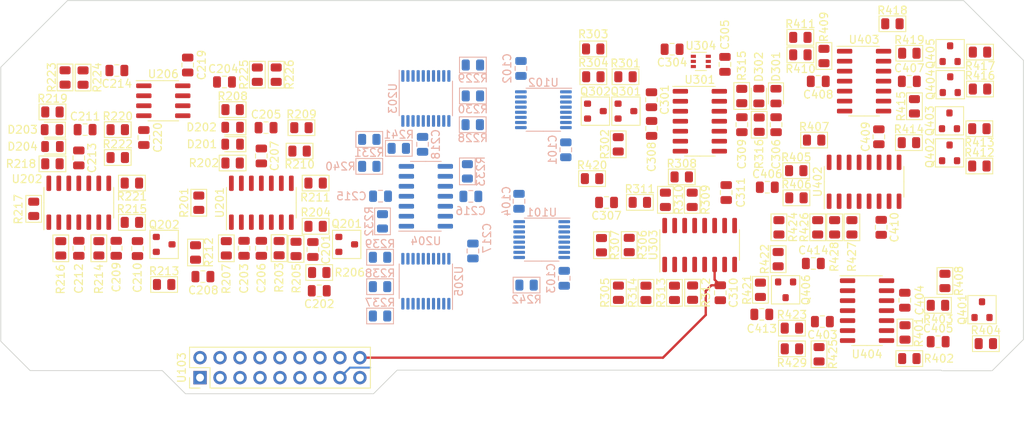
<source format=kicad_pcb>
(kicad_pcb (version 20221018) (generator pcbnew)
  (layers (0 "F.Cu" signal) (1 "In1.Cu" signal) (2 "In2.Cu" signal) (31 "B.Cu" signal) (34 "B.Paste" user) (35 "F.Paste" user) (36 "B.SilkS" user "B.Silkscreen") (37 "F.SilkS" user "F.Silkscreen") (38 "B.Mask" user) (39 "F.Mask" user) (44 "Edge.Cuts" user))
  (net 0 "")
  (net 1 "Net-(Q201-E)")
  (net 2 "Net-(C201-Pad2)")
  (net 3 "CLK_1")
  (net 4 "Net-(C202-Pad2)")
  (net 5 "SAW1_FULL")
  (net 6 "Net-(C204-Pad1)")
  (net 7 "Net-(C204-Pad2)")
  (net 8 "Net-(D201-K)")
  (net 9 "Net-(U201C-+)")
  (net 10 "GND")
  (net 11 "+12V")
  (net 12 "-12V")
  (net 13 "CLK_2")
  (net 14 "Net-(C208-Pad2)")
  (net 15 "Net-(Q202-E)")
  (net 16 "Net-(C209-Pad2)")
  (net 17 "SAW2_FULL")
  (net 18 "Net-(D203-K)")
  (net 19 "Net-(U202C-+)")
  (net 20 "Net-(C214-Pad1)")
  (net 21 "Net-(C214-Pad2)")
  (net 22 "+3.3V")
  (net 23 "Net-(C301-Pad1)")
  (net 24 "Net-(Q301-C)")
  (net 25 "Net-(U301B--)")
  (net 26 "FILTER_OUT")
  (net 27 "Net-(U301C-+)")
  (net 28 "Net-(D301-K)")
  (net 29 "Net-(U301B-+)")
  (net 30 "HP_IN")
  (net 31 "Net-(U404C--)")
  (net 32 "Net-(Q401-E)")
  (net 33 "FOLDER_IN")
  (net 34 "Net-(C406-Pad2)")
  (net 35 "Net-(U404A--)")
  (net 36 "Net-(Q406-B)")
  (net 37 "VCA_IN")
  (net 38 "Net-(C414-Pad2)")
  (net 39 "Net-(D201-A)")
  (net 40 "Net-(D202-A)")
  (net 41 "Net-(D203-A)")
  (net 42 "Net-(D204-A)")
  (net 43 "Net-(D301-A)")
  (net 44 "SDA")
  (net 45 "SCL")
  (net 46 "FOLD_FIRST")
  (net 47 "HP_MODE")
  (net 48 "LEVEL_1_CV")
  (net 49 "LEVEL_2_CV")
  (net 50 "PWM_1_CV")
  (net 51 "PWM_2_CV")
  (net 52 "CUTOFF_CV")
  (net 53 "FOLD_CV")
  (net 54 "VCA_CV")
  (net 55 "VCA_OUT")
  (net 56 "Net-(Q201-B)")
  (net 57 "Net-(Q201-C)")
  (net 58 "Net-(Q202-B)")
  (net 59 "Net-(Q202-C)")
  (net 60 "Net-(Q301-B)")
  (net 61 "Net-(Q301-E)")
  (net 62 "Net-(Q302-C)")
  (net 63 "Net-(Q401-B)")
  (net 64 "Net-(Q401-C)")
  (net 65 "Net-(Q402-B)")
  (net 66 "Net-(Q402-E)")
  (net 67 "Net-(Q402-C)")
  (net 68 "Net-(Q403-E)")
  (net 69 "Net-(Q404-B)")
  (net 70 "Net-(Q404-E)")
  (net 71 "Net-(Q404-C)")
  (net 72 "Net-(Q405-E)")
  (net 73 "Net-(Q406-E)")
  (net 74 "Net-(Q406-C)")
  (net 75 "Net-(U201D--)")
  (net 76 "Net-(U201C--)")
  (net 77 "TRI1_FULL")
  (net 78 "Net-(U202D--)")
  (net 79 "Net-(U202C--)")
  (net 80 "TRI2_FULL")
  (net 81 "PULSE2_FULL")
  (net 82 "PULSE1_FULL")
  (net 83 "Net-(U203C-P2W)")
  (net 84 "Net-(U204C--)")
  (net 85 "Net-(U203A-P0W)")
  (net 86 "Net-(U203B-P1W)")
  (net 87 "Net-(U203D-P3W)")
  (net 88 "Net-(U204B--)")
  (net 89 "Net-(U204A--)")
  (net 90 "Net-(U205A-P0W)")
  (net 91 "Net-(U205B-P1W)")
  (net 92 "Net-(U205C-P2W)")
  (net 93 "Net-(U205D-P3W)")
  (net 94 "Net-(R241-Pad2)")
  (net 95 "OSC_MIX")
  (net 96 "Net-(U303C-+)")
  (net 97 "Net-(U301C--)")
  (net 98 "Net-(R306-Pad2)")
  (net 99 "Net-(R307-Pad2)")
  (net 100 "Net-(U303A--)")
  (net 101 "Net-(U303A-+)")
  (net 102 "LP_IN")
  (net 103 "Net-(U303C--)")
  (net 104 "Net-(U402A--)")
  (net 105 "Net-(U402A-+)")
  (net 106 "Net-(R408-Pad1)")
  (net 107 "Net-(R409-Pad1)")
  (net 108 "Net-(U403A--)")
  (net 109 "Net-(U403B-+)")
  (net 110 "Net-(U403C--)")
  (net 111 "Net-(R418-Pad1)")
  (net 112 "Net-(U403D--)")
  (net 113 "FOLDER_OUT")
  (net 114 "Net-(R424-Pad1)")
  (net 115 "Net-(U404B--)")
  (net 116 "Net-(R425-Pad2)")
  (net 117 "Net-(U402C-+)")
  (net 118 "Net-(U402C--)")
  (net 126 "Net-(U301D-+)")
  (net 127 "FILTER_IN")
  (net 143 "Net-(U205A-P0B)")
  (net 144 "Net-(U203A-P0B)")
  (footprint "PCM_Resistor_SMD_AKL:R_0805_2012Metric" (layer "F.Cu") (at 115.5 45.55)
    (fp_text reference "R402")
    (fp_text value "92k" hide)
  )
  (footprint "PCM_Resistor_SMD_AKL:R_0805_2012Metric" (layer "F.Cu") (at 101.65 6.9 180)
    (fp_text reference "R410")
    (fp_text value "100k" hide)
  )
  (footprint "Capacitor_SMD:C_0805_2012Metric" (layer "F.Cu") (at 17.4 31.55 -90)
    (fp_text reference "C210")
    (fp_text value "1u")
  )
  (footprint "PCM_Resistor_SMD_AKL:R_0805_2012Metric" (layer "F.Cu") (at 75.32 6.15 180)
    (fp_text reference "R303")
    (fp_text value "100k" hide)
  )
  (footprint "Package_SO:SOIC-16_3.9x9.9mm_P1.27mm" (layer "F.Cu") (at 109.75 23.055 90)
    (fp_text reference "U402")
    (fp_text value "LM13700")
  )
  (footprint "Capacitor_SMD:C_0805_2012Metric" (layer "F.Cu") (at 9.94 31.52 90)
    (fp_text reference "C212")
    (fp_text value "100n")
  )
  (footprint "PCM_Resistor_SMD_AKL:R_0805_2012Metric" (layer "F.Cu") (at 82.025 37.1875 90)
    (fp_text reference "R314")
    (fp_text value "220" hide)
  )
  (footprint "Capacitor_SMD:C_0805_2012Metric" (layer "F.Cu") (at 14.7 31.52 90)
    (fp_text reference "C209")
    (fp_text value "1n")
  )
  (footprint "PCM_Resistor_SMD_AKL:R_0805_2012Metric" (layer "F.Cu") (at 14.89 19.97)
    (fp_text reference "R222")
    (fp_text value "10k" hide)
  )
  (footprint "PCM_Resistor_SMD_AKL:R_0805_2012Metric" (layer "F.Cu") (at 124.485 6.555 180)
    (fp_text reference "R417")
    (fp_text value "22k" hide)
  )
  (footprint "PCM_Resistor_SMD_AKL:R_0805_2012Metric" (layer "F.Cu") (at 103.85 28.85 90)
    (fp_text reference "R426")
    (fp_text value "680" hide)
  )
  (footprint "PCM_Resistor_SMD_AKL:R_0805_2012Metric" (layer "F.Cu") (at 14.89 16.42)
    (fp_text reference "R220")
    (fp_text value "220k" hide)
  )
  (footprint "PCM_Package_TO_SOT_SMD_AKL:SOT-23" (layer "F.Cu") (at 120.7 10.7 90)
    (fp_text reference "Q404")
    (fp_text value "BC857" hide)
  )
  (footprint "PCM_Resistor_SMD_AKL:R_0805_2012Metric" (layer "F.Cu") (at 38 19.15 180)
    (fp_text reference "R210")
    (fp_text value "10k" hide)
  )
  (footprint "PCM_Resistor_SMD_AKL:R_0805_2012Metric" (layer "F.Cu") (at 98.825 32.9 90)
    (fp_text reference "R422")
    (fp_text value "1k" hide)
  )
  (footprint "PCM_Package_TO_SOT_SMD_AKL:SOT-23" (layer "F.Cu") (at 20.79 31.02)
    (fp_text reference "Q202")
    (fp_text value "BC857" hide)
  )
  (footprint "PCM_Resistor_SMD_AKL:R_0805_2012Metric" (layer "F.Cu") (at 35.03 9.425 -90)
    (fp_text reference "R226")
    (fp_text value "100k" hide)
  )
  (footprint "PCM_Resistor_SMD_AKL:R_0805_2012Metric" (layer "F.Cu") (at 116.15 13.45 90)
    (fp_text reference "R415")
    (fp_text value "18k" hide)
  )
  (footprint "PCM_Resistor_SMD_AKL:R_0805_2012Metric" (layer "F.Cu") (at 20.785 36.125)
    (fp_text reference "R213")
    (fp_text value "1k" hide)
  )
  (footprint "Capacitor_SMD:C_0805_2012Metric" (layer "F.Cu") (at 30.94 31.52 90)
    (fp_text reference "C203")
    (fp_text value "1u")
  )
  (footprint "Capacitor_SMD:C_0805_2012Metric" (layer "F.Cu") (at 77.015 25.685 180)
    (fp_text reference "C307")
    (fp_text value "1n")
  )
  (footprint "PCM_Resistor_SMD_AKL:R_0805_2012Metric" (layer "F.Cu") (at 100.575 41.675)
    (fp_text reference "R423")
    (fp_text value "100k" hide)
  )
  (footprint "Capacitor_SMD:C_0805_2012Metric" (layer "F.Cu") (at 33.14 31.52 90)
    (fp_text reference "C206")
    (fp_text value "100n")
  )
  (footprint "PCM_Resistor_SMD_AKL:R_0805_2012Metric" (layer "F.Cu") (at 85.65 37.1875 90)
    (fp_text reference "R313")
    (fp_text value "220" hide)
  )
  (footprint "PCM_Resistor_SMD_AKL:R_0805_2012Metric" (layer "F.Cu") (at 40.04 23.22 180)
    (fp_text reference "R211")
    (fp_text value "10k" hide)
  )
  (footprint "Capacitor_SMD:C_0805_2012Metric" (layer "F.Cu") (at 115.5 10.275)
    (fp_text reference "C407")
    (fp_text value "100n")
  )
  (footprint "Package_SO:SOIC-14_3.9x8.7mm_P1.27mm" (layer "F.Cu") (at 110.125 39.45)
    (fp_text reference "U404")
    (fp_text value "TL074")
  )
  (footprint "Capacitor_SMD:C_0805_2012Metric" (layer "F.Cu") (at 97.45 23.75)
    (fp_text reference "C406")
    (fp_text value "470n")
  )
  (footprint "PCM_Resistor_SMD_AKL:R_0805_2012Metric" (layer "F.Cu") (at 78.5 18.29 90)
    (fp_text reference "R302")
    (fp_text value "470k" hide)
  )
  (footprint "PCM_Resistor_SMD_AKL:R_0805_2012Metric" (layer "F.Cu") (at 6.59 20.77 180)
    (fp_text reference "R218")
    (fp_text value "10k" hide)
  )
  (footprint "Capacitor_SMD:C_0805_2012Metric" (layer "F.Cu") (at 10.74 16.42)
    (fp_text reference "C211")
    (fp_text value "1u")
  )
  (footprint "PCM_Resistor_SMD_AKL:R_0805_2012Metric" (layer "F.Cu") (at 32.63 9.425 90)
    (fp_text reference "R225")
    (fp_text value "220k" hide)
  )
  (footprint "Capacitor_SMD:C_0805_2012Metric" (layer "F.Cu") (at 104.45 40.85 180)
    (fp_text reference "C403")
    (fp_text value "100n")
  )
  (footprint "PCM_Resistor_SMD_AKL:R_0805_2012Metric" (layer "F.Cu") (at 35.4 31.5 90)
    (fp_text reference "R203")
    (fp_text value "100k" hide)
  )
  (footprint "Capacitor_SMD:C_0805_2012Metric" (layer "F.Cu") (at 23.78 8.2 -90)
    (fp_text reference "C219")
    (fp_text value "100n")
  )
  (footprint "PCM_Package_TO_SOT_SMD_AKL:SOT-23" (layer "F.Cu") (at 124.7375 39.325 90)
    (fp_text reference "Q401")
    (fp_text value "BC858" hide)
  )
  (footprint "PCM_Package_TO_SOT_SMD_AKL:SOT-23" (layer "F.Cu") (at 43.99 31.02)
    (fp_text reference "Q201")
    (fp_text value "BC857" hide)
  )
  (footprint "PCM_Resistor_SMD_AKL:R_0805_2012Metric" (layer "F.Cu") (at 108.2 28.85 90)
    (fp_text reference "R427")
    (fp_text value "680" hide)
  )
  (footprint "Capacitor_SMD:C_0805_2012Metric" (layer "F.Cu") (at 114.925 38.125 90)
    (fp_text reference "C404")
    (fp_text value "100n")
  )
  (footprint "Package_SO:SOIC-14_3.9x8.7mm_P1.27mm" (layer "F.Cu") (at 9.94 25.72 90)
    (fp_text reference "U202")
    (fp_text value "TL074")
  )
  (footprint "Capacitor_SMD:C_0805_2012Metric" (layer "F.Cu") (at 82.725 12.615 -90)
    (fp_text reference "C301")
    (fp_text value "4n7")
  )
  (footprint "Capacitor_SMD:C_0805_2012Metric" (layer "F.Cu") (at 96.75 39.925)
    (fp_text reference "C413")
    (fp_text value "1n")
  )
  (footprint "PCM_Resistor_SMD_AKL:R_0805_2012Metric" (layer "F.Cu") (at 38.24 16.17)
    (fp_text reference "R209")
    (fp_text value "220k" hide)
  )
  (footprint "PCM_Resistor_SMD_AKL:R_0805_2012Metric" (layer "F.Cu") (at 40.04 28.72)
    (fp_text reference "R204")
    (fp_text value "1k" hide)
  )
  (footprint "PCM_Resistor_SMD_AKL:R_0805_2012Metric" (layer "F.Cu") (at 98.925 28.85 -90)
    (fp_text reference "R424")
    (fp_text value "4k7" hide)
  )
  (footprint "Capacitor_SMD:C_0805_2012Metric" (layer "F.Cu") (at 82.74 16.265 -90)
    (fp_text reference "C308")
    (fp_text value "100n")
  )
  (footprint "PCM_Resistor_SMD_AKL:R_0805_2012Metric" (layer "F.Cu") (at 79.425 9.69)
    (fp_text reference "R301")
    (fp_text value "4k7" hide)
  )
  (footprint "PCM_Resistor_SMD_AKL:R_0805_2012Metric" (layer "F.Cu") (at 6.59 14.17)
    (fp_text reference "R219")
    (fp_text value "10k" hide)
  )
  (footprint "Connector_PinHeader_2.54mm:PinHeader_2x09_P2.54mm_Vertical" (layer "F.Cu") (at 25.35 47.975 90)
    (fp_text reference "U103")
    (fp_text value "VoiceBoardConn_18P_254P")
  )
  (footprint "Diode_SMD:D_0805_2012Metric" (layer "F.Cu") (at 6.54 16.42 180)
    (fp_text reference "D203")
    (fp_text value "1N4148")
  )
  (footprint "Package_TO_SOT_SMD:SOT-363_SC-70-6" (layer "F.Cu") (at 89 7.74)
    (fp_text reference "U304")
    (fp_text value "MCP4018-103E/LT")
  )
  (footprint "LED_SMD:LED_0805_2012Metric" (layer "F.Cu") (at 96.375 12.14 90)
    (fp_text reference "D302")
    (fp_text value "LED")
  )
  (footprint "Capacitor_SMD:C_0805_2012Metric" (layer "F.Cu") (at 18.205 17.425 90)
    (fp_text reference "C220")
    (fp_text value "100n")
  )
  (footprint "PCM_Resistor_SMD_AKL:R_0805_2012Metric" (layer "F.Cu") (at 7.65 31.525 -90)
    (fp_text reference "R216")
    (fp_text value "220k" hide)
  )
  (footprint "Capacitor_SMD:C_0805_2012Metric" (layer "F.Cu") (at 33.14 19.77 -90)
    (fp_text reference "C207")
    (fp_text value "100n")
  )
  (footprint "PCM_Resistor_SMD_AKL:R_0805_2012Metric" (layer "F.Cu") (at 28.69 31.52 -90)
    (fp_text reference "R207")
    (fp_text value "220k" hide)
  )
  (footprint "Capacitor_SMD:C_0805_2012Metric" (layer "F.Cu") (at 25.715 35.125 180)
    (fp_text reference "C208")
    (fp_text value "1n")
  )
  (footprint "Package_SO:SOIC-14_3.9x8.7mm_P1.27mm" (layer "F.Cu") (at 33.14 25.72 90)
    (fp_text reference "U201")
    (fp_text value "TL074")
  )
  (footprint "PCM_Resistor_SMD_AKL:R_0805_2012Metric" (layer "F.Cu") (at 75.337501 9.69 180)
    (fp_text reference "R304")
    (fp_text value "1k8" hide)
  )
  (footprint "PCM_Resistor_SMD_AKL:R_0805_2012Metric" (layer "F.Cu") (at 4.21 26.5 90)
    (fp_text reference "R217")
    (fp_text value "10k" hide)
  )
  (footprint "PCM_Resistor_SMD_AKL:R_0805_2012Metric" (layer "F.Cu") (at 120.025 35.675 -90)
    (fp_text reference "R408")
    (fp_text value "4k7" hide)
  )
  (footprint "PCM_Resistor_SMD_AKL:R_0805_2012Metric" (layer "F.Cu") (at 103.4 17.75)
    (fp_text reference "R407")
    (fp_text value "680" hide)
  )
  (footprint "PCM_Resistor_SMD_AKL:R_0805_2012Metric" (layer "F.Cu") (at 10.48 9.795 -90)
    (fp_text reference "R224")
    (fp_text value "220k" hide)
  )
  (footprint "PCM_Resistor_SMD_AKL:R_0805_2012Metric" (layer "F.Cu") (at 29.49 20.67 180)
    (fp_text reference "R202")
    (fp_text value "10k" hide)
  )
  (footprint "Capacitor_SMD:C_0805_2012Metric" (layer "F.Cu") (at 85.35 6.19 180)
    (fp_text reference "C304")
    (fp_text value "100n")
  )
  (footprint "PCM_Resistor_SMD_AKL:R_0805_2012Metric" (layer "F.Cu") (at 81.25 25.675)
    (fp_text reference "R311")
    (fp_text value "10k" hide)
  )
  (footprint "Capacitor_SMD:C_0805_2012Metric" (layer "F.Cu") (at 98.565 15.79 90)
    (fp_text reference "C306")
    (fp_text value "1n")
  )
  (footprint "Capacitor_SMD:C_0805_2012Metric" (layer "F.Cu") (at 9.94 20.02 -90)
    (fp_text reference "C213")
    (fp_text value "100n")
  )
  (footprint "Capacitor_SMD:C_0805_2012Metric" (layer "F.Cu") (at 14.78 8.895 180)
    (fp_text reference "C214")
    (fp_text value "1u")
  )
  (footprint "PCM_Resistor_SMD_AKL:R_0805_2012Metric" (layer "F.Cu") (at 87.9 25.35 -90)
    (fp_text reference "R309")
    (fp_text value "220" hide)
  )
  (footprint "PCM_Resistor_SMD_AKL:R_0805_2012Metric" (layer "F.Cu") (at 24.775 32.05 -90)
    (fp_text reference "R212")
    (fp_text value "47k" hide)
  )
  (footprint "PCM_Package_TO_SOT_SMD_AKL:SOT-23" (layer "F.Cu") (at 99.775 36.8 -90)
    (fp_text reference "Q406")
    (fp_text value "BC858" hide)
  )
  (footprint "Package_SO:SOIC-16_3.9x9.9mm_P1.27mm" (layer "F.Cu") (at 88.85 31.1 90)
    (fp_text reference "U303")
    (fp_text value "LM13700")
  )
  (footprint "PCM_Package_TO_SOT_SMD_AKL:SOT-23" (layer "F.Cu") (at 79.48 14.065001)
    (fp_text reference "Q301")
    (fp_text value "BC858" hide)
  )
  (footprint "PCM_Resistor_SMD_AKL:R_0805_2012Metric" (layer "F.Cu") (at 104.025 45 -90)
    (fp_text reference "R425")
    (fp_text value "22k" hide)
  )
  (footprint "PCM_Resistor_SMD_AKL:R_0805_2012Metric" (layer "F.Cu") (at 119.1375 38.775 180)
    (fp_text reference "R403")
    (fp_text value "680k" hide)
  )
  (footprint "Diode_SMD:D_0805_2012Metric" (layer "F.Cu") (at 29.49 16.12 180)
    (fp_text reference "D202")
    (fp_text value "1N4148")
  )
  (footprint "PCM_Resistor_SMD_AKL:R_0805_2012Metric" (layer "F.Cu") (at 16.69 28.22)
    (fp_text reference "R215")
    (fp_text value "1k" hide)
  )
  (footprint "PCM_Resistor_SMD_AKL:R_0805_2012Metric" (layer "F.Cu") (at 101.15 25.1)
    (fp_text reference "R406")
    (fp_text value "680" hide)
  )
  (footprint "Capacitor_SMD:C_0805_2012Metric" (layer "F.Cu") (at 111.925 28.85 -90)
    (fp_text reference "C410")
    (fp_text value "100n")
  )
  (footprint "Capacitor_SMD:C_0805_2012Metric" (layer "F.Cu") (at 33.74 16.17)
    (fp_text reference "C205")
    (fp_text value "1u")
  )
  (footprint "PCM_Resistor_SMD_AKL:R_0805_2012Metric" (layer "F.Cu") (at 101.125 21.64)
    (fp_text reference "R405")
    (fp_text value "100k" hide)
  )
  (footprint "PCM_Resistor_SMD_AKL:R_0805_2012Metric" (layer "F.Cu") (at 86.575 22.44)
    (fp_text reference "R308")
    (fp_text value "10k" hide)
  )
  (footprint "PCM_Resistor_SMD_AKL:R_0805_2012Metric" (layer "F.Cu") (at 104.65 7.05 -90)
    (fp_text reference "R409")
    (fp_text value "47k" hide)
  )
  (footprint "PCM_Resistor_SMD_AKL:R_0805_2012Metric" (layer "F.Cu") (at 124.4 16.3 180)
    (fp_text reference "R413")
    (fp_text value "22k" hide)
  )
  (footprint "Capacitor_SMD:C_0805_2012Metric" (layer "F.Cu") (at 111.625 17.33 90)
    (fp_text reference "C409")
    (fp_text value "100n")
  )
  (footprint "PCM_Package_TO_SOT_SMD_AKL:SOT-23" (layer "F.Cu") (at 120.6 15.3 90)
    (fp_text reference "Q403")
    (fp_text value "BC847" hide)
  )
  (footprint "PCM_Resistor_SMD_AKL:R_0805_2012Metric" (layer "F.Cu") (at 79.9 31.1 -90)
    (fp_text reference "R306")
    (fp_text value "10k" hide)
  )
  (footprint "Package_SO:SOIC-8_3.9x4.9mm_P1.27mm" (layer "F.Cu") (at 20.68 12.745)
    (fp_text reference "U206")
    (fp_text value "TL072")
  )
  (footprint "Capacitor_SMD:C_0805_2012Metric" (layer "F.Cu") (at 103.925 10.275 180)
    (fp_text reference "C408")
    (fp_text value "100n")
  )
  (footprint "PCM_Resistor_SMD_AKL:R_0805_2012Metric" (layer "F.Cu") (at 94.2 12.14 90)
    (fp_text reference "R315")
    (fp_text value "10k" hide)
  )
  (footprint "Capacitor_SMD:C_0805_2012Metric" (layer "F.Cu") (at 39.69 31.67 90)
    (fp_text reference "C201")
    (fp_text value "1n")
  )
  (footprint "Diode_SMD:D_0805_2012Metric" (layer "F.Cu") (at 29.49 18.27 180)
    (fp_text reference "D201")
    (fp_text value "1N4148")
  )
  (footprint "Capacitor_SMD:C_0805_2012Metric" (layer "F.Cu") (at 92.225 24.425 90)
    (fp_text reference "C311")
    (fp_text value "100n")
  )
  (footprint "PCM_Resistor_SMD_AKL:R_0805_2012Metric" (layer "F.Cu") (at 113.35 2.95)
    (fp_text reference "R418")
    (fp_text value "220k" hide)
  )
  (footprint "PCM_Package_TO_SOT_SMD_AKL:SOT-23" (layer "F.Cu") (at 120.685 6.755 90)
    (fp_text reference "Q405")
    (fp_text value "BC847" hide)
  )
  (footprint "PCM_Package_TO_SOT_SMD_AKL:SOT-23" (layer "F.Cu") (at 120.615 19.375001 90)
    (fp_text reference "Q402")
    (fp_text value "BC857" hide)
  )
  (footprint "PCM_Resistor_SMD_AKL:R_0805_2012Metric" (layer "F.Cu") (at 125.225 43.65)
    (fp_text reference "R404")
    (fp_text value "1k" hide)
  )
  (footprint "Capacitor_SMD:C_0805_2012Metric" (layer "F.Cu") (at 119.1625 43.4)
    (fp_text reference "C405")
    (fp_text value "1n")
  )
  (footprint "PCM_Resistor_SMD_AKL:R_0805_2012Metric" (layer "F.Cu") (at 115.45 18.075)
    (fp_text reference "R414")
    (fp_text value "10k" hide)
  )
  (footprint "LED_SMD:LED_0805_2012Metric" (layer "F.Cu") (at 98.55 12.15 -90)
    (fp_text reference "D301")
    (fp_text value "LED")
  )
  (footprint "PCM_Resistor_SMD_AKL:R_0805_2012Metric" (layer "F.Cu") (at 101.65 4.68)
    (fp_text reference "R411")
    (fp_text value "5k6" hide)
  )
  (footprint "PCM_Resistor_SMD_AKL:R_0805_2012Metric" (layer "F.Cu") (at 75.175 22.65)
    (fp_text reference "R420")
    (fp_text value "1k" hide)
  )
  (footprint "PCM_Resistor_SMD_AKL:R_0805_2012Metric" (layer "F.Cu") (at 78.525 37.175 90)
    (fp_text reference "R305")
    (fp_text value "10k" hide)
  )
  (footprint "PCM_Resistor_SMD_AKL:R_0805_2012Metric" (layer "F.Cu") (at 96.415 15.79 90)
    (fp_text reference "R316")
    (fp_text value "1k8" hide)
  )
  (footprint "Package_SO:SOIC-14_3.9x8.7mm_P1.27mm" (layer "F.Cu") (at 88.875 15.35)
    (fp_text reference "U301")
    (fp_text value "TL074")
  )
  (footprint "PCM_Resistor_SMD_AKL:R_0805_2012Metric" (layer "F.Cu") (at 84.5 25.35 -90)
    (fp_text reference "R310")
    (fp_text value "220" hide)
  )
  (footprint "PCM_Resistor_SMD_AKL:R_0805_2012Metric" (layer "F.Cu") (at 87.95 37.1625 -90)
    (fp_text reference "R312")
    (fp_text value "10k" hide)
  )
  (footprint "Capacitor_SMD:C_0805_2012Metric" (layer "F.Cu") (at 94.215 15.79 -90)
    (fp_text reference "C309")
    (fp_text value "100n")
  )
  (footprint "PCM_Resistor_SMD_AKL:R_0805_2012Metric" (layer "F.Cu") (at 76.375 31.125 -90)
    (fp_text reference "R307")
    (fp_text value "10k" hide)
  )
  (footprint "PCM_Resistor_SMD_AKL:R_0805_2012Metric" (layer "F.Cu") (at 100.58 44.31 180)
    (fp_text reference "R429")
    (fp_text value "1k" hide)
  )
  (footprint "PCM_Resistor_SMD_AKL:R_0805_2012Metric" (layer "F.Cu") (at 37.55 31.6 -90)
    (fp_text reference "R205")
    (fp_text value "47k" hide)
  )
  (footprint "Package_SO:SOIC-14_3.9x8.7mm_P1.27mm" (layer "F.Cu") (at 109.75 10.25)
    (fp_text reference "U403")
    (fp_text value "TL074")
  )
  (footprint "PCM_Resistor_SMD_AKL:R_0805_2012Metric" (layer "F.Cu") (at 124.485 11.255)
    (fp_text reference "R416")
    (fp_text value "22k" hide)
  )
  (footprint "PCM_Resistor_SMD_AKL:R_0805_2012Metric" (layer "F.Cu") (at 96.575 36.8 90)
    (fp_text reference "R421")
    (fp_text value "12k" hide)
  )
  (footprint "Capacitor_SMD:C_0805_2012Metric" (layer "F.Cu") (at 103.3 33.45)
    (fp_text reference "C414")
    (fp_text value "470n")
  )
  (footprint "PCM_Resistor_SMD_AKL:R_0805_2012Metric" (layer "F.Cu") (at 114.95 42.225 90)
    (fp_text reference "R401")
    (fp_text value "6k8" hide)
  )
  (footprint "PCM_Resistor_SMD_AKL:R_0805_2012Metric" (layer "F.Cu") (at 40.5 34.6 180)
    (fp_text reference "R206")
    (fp_text value "1k" hide)
  )
  (footprint "Diode_SMD:D_0805_2012Metric" (layer "F.Cu") (at 6.59 18.57 180)
    (fp_text reference "D204")
    (fp_text value "1N4148")
  )
  (footprint "Capacitor_SMD:C_0805_2012Metric" (layer "F.Cu") (at 91.475 37.175 -90)
    (fp_text reference "C310")
    (fp_text value "100n")
  )
  (footprint "PCM_Resistor_SMD_AKL:R_0805_2012Metric" (layer "F.Cu") (at 8.195 9.779999 90)
    (fp_text reference "R223")
    (fp_text value "100k" hide)
  )
  (footprint "PCM_Resistor_SMD_AKL:R_0805_2012Metric" (layer "F.Cu") (at 25.19 25.72 90)
    (fp_text reference "R201")
    (fp_text value "10k" hide)
  )
  (footprint "PCM_Resistor_SMD_AKL:R_0805_2012Metric" (layer "F.Cu") (at 16.69 23.22 180)
    (fp_text reference "R221")
    (fp_text value "10k" hide)
  )
  (footprint "PCM_Resistor_SMD_AKL:R_0805_2012Metric" (layer "F.Cu") (at 29.49 13.87)
    (fp_text reference "R208")
    (fp_text value "10k" hide)
  )
  (footprint "Capacitor_SMD:C_0805_2012Metric" (layer "F.Cu") (at 40.5 36.925 180)
    (fp_text reference "C202")
    (fp_text value "1n")
  )
  (footprint "PCM_Resistor_SMD_AKL:R_0805_2012Metric" (layer "F.Cu") (at 115.5 6.7)
    (fp_text reference "R419")
    (fp_text value "10k" hide)
  )
  (footprint "Capacitor_SMD:C_0805_2012Metric" (layer "F.Cu") (at 28.455 10.355)
    (fp_text reference "C204")
    (fp_text value "1u")
  )
  (footprint "PCM_Resistor_SMD_AKL:R_0805_2012Metric" (layer "F.Cu") (at 106 28.85 -90)
    (fp_text reference "R428")
    (fp_text value "100k" hide)
  )
  (footprint "PCM_Package_TO_SOT_SMD_AKL:SOT-23" (layer "F.Cu") (at 75.6 14.065)
    (fp_text reference "Q302")
    (fp_text value "BC858" hide)
  )
  (footprint "PCM_Resistor_SMD_AKL:R_0805_2012Metric" (layer "F.Cu") (at 12.49 31.52 90)
    (fp_text reference "R214")
    (fp_text value "100k" hide)
  )
  (footprint "Capacitor_SMD:C_0805_2012Metric" (layer "F.Cu") (at 92.065 8.115 90)
    (fp_text reference "C305")
    (fp_text value "470n")
  )
  (footprint "PCM_Resistor_SMD_AKL:R_0805_2012Metric" (layer "F.Cu") (at 124.4 21.05)
    (fp_text reference "R412")
    (fp_text value "22k" hide)
  )
  (footprint "PCM_Resistor_SMD_AKL:R_0805_2012Metric" (layer "B.Cu") (at 60.03 12.13)
    (fp_text reference "R230")
    (fp_text value "100k" hide)
  )
  (footprint "Capacitor_SMD:C_0805_2012Metric" (layer "B.Cu") (at 66.1375 8.635 90)
    (fp_text reference "C102")
    (fp_text value "100n")
  )
  (footprint "PCM_Resistor_SMD_AKL:R_0805_2012Metric" (layer "B.Cu") (at 66.85 36.2)
    (fp_text reference "R242")
    (fp_text value "1k" hide)
  )
  (footprint "PCM_Resistor_SMD_AKL:R_0805_2012Metric" (layer "B.Cu") (at 60.01 15.79)
    (fp_text reference "R228")
    (fp_text value "100k" hide)
  )
  (footprint "PCM_Resistor_SMD_AKL:R_0805_2012Metric" (layer "B.Cu") (at 59.33 21.73 90)
    (fp_text reference "R233")
    (fp_text value "100k" hide)
  )
  (footprint "Capacitor_SMD:C_0805_2012Metric" (layer "B.Cu") (at 53.63 18.29 90)
    (fp_text reference "C218")
    (fp_text value "100n")
  )
  (footprint "Capacitor_SMD:C_0805_2012Metric" (layer "B.Cu") (at 71.6375 35.334999 -90)
    (fp_text reference "C103")
    (fp_text value "100n")
  )
  (footprint "Capacitor_SMD:C_0805_2012Metric" (layer "B.Cu") (at 48.29 24.89)
    (fp_text reference "C215")
    (fp_text value "100n")
  )
  (footprint "Capacitor_SMD:C_0805_2012Metric" (layer "B.Cu") (at 65.8875 25.535 90)
    (fp_text reference "C104")
    (fp_text value "100n")
  )
  (footprint "Capacitor_SMD:C_0805_2012Metric" (layer "B.Cu") (at 60.03 31.86 -90)
    (fp_text reference "C217")
    (fp_text value "100n")
  )
  (footprint "PCM_Resistor_SMD_AKL:R_0805_2012Metric" (layer "B.Cu") (at 48.230001 36.4 180)
    (fp_text reference "R238")
    (fp_text value "100k" hide)
  )
  (footprint "PCM_Resistor_SMD_AKL:R_0805_2012Metric" (layer "B.Cu") (at 48.23 32.66 180)
    (fp_text reference "R239")
    (fp_text value "100k" hide)
  )
  (footprint "PCM_Resistor_SMD_AKL:R_0805_2012Metric" (layer "B.Cu") (at 46.86 21.09)
    (fp_text reference "R240")
    (fp_text value "220k" hide)
  )
  (footprint "Capacitor_SMD:C_0805_2012Metric" (layer "B.Cu") (at 71.8375 18.985 -90)
    (fp_text reference "C101")
    (fp_text value "100n")
  )
  (footprint "Package_SO:TSSOP-20_4.4x6.5mm_P0.65mm" (layer "B.Cu") (at 54.05 35.71 90)
    (fp_text reference "U205")
    (fp_text value "MCP4451-104E-ST")
  )
  (footprint "PCM_Resistor_SMD_AKL:R_0805_2012Metric" (layer "B.Cu") (at 46.86 17.66)
    (fp_text reference "R231")
    (fp_text value "220k" hide)
  )
  (footprint "Capacitor_SMD:C_0805_2012Metric" (layer "B.Cu") (at 59.77 24.91 180)
    (fp_text reference "C216")
    (fp_text value "100n")
  )
  (footprint "PCM_Resistor_SMD_AKL:R_0805_2012Metric" (layer "B.Cu") (at 48.23 40.13 180)
    (fp_text reference "R237")
    (fp_text value "100k" hide)
  )
  (footprint "Package_SO:TSSOP-20_4.4x6.5mm_P0.65mm" (layer "B.Cu") (at 54.05 12.450001 -90)
    (fp_text reference "U203")
    (fp_text value "MCP4451-104E-ST")
  )
  (footprint "Package_SO:TSSOP-16_4.4x5mm_P0.65mm" (layer "B.Cu") (at 68.9875 13.885 180)
    (fp_text reference "U102")
    (fp_text value "TMUX4053")
  )
  (footprint "PCM_Resistor_SMD_AKL:R_0805_2012Metric" (layer "B.Cu") (at 60.03 8.2)
    (fp_text reference "R229")
    (fp_text value "100k" hide)
  )
  (footprint "PCM_Resistor_SMD_AKL:R_0805_2012Metric" (layer "B.Cu") (at 50.61 18.8)
    (fp_text reference "R241")
    (fp_text value "100k" hide)
  )
  (footprint "Package_SO:SOIC-14_3.9x8.7mm_P1.27mm" (layer "B.Cu") (at 54.05 24.9)
    (fp_text reference "U204")
    (fp_text value "TL074")
  )
  (footprint "PCM_Resistor_SMD_AKL:R_0805_2012Metric" (layer "B.Cu") (at 48.54 28.09 -90)
    (fp_text reference "R232")
    (fp_text value "100k" hide)
  )
  (footprint "Package_SO:TSSOP-16_4.4x5mm_P0.65mm" (layer "B.Cu") (at 68.775 30.41 180)
    (fp_text reference "U101")
    (fp_text value "TMUX4053")
  )
  (gr_poly (pts (xy 47.4 50.025) (xy 50.4 47.025) (xy 119.55 47.025) (xy 119.625 47.1) (xy 126.025 47.1) (xy 130 43.125) (xy 130 7.6) (xy 122.4 0) (xy 8.5 0) (xy 0.025 8.475) (xy 0.025 43.35) (xy 3.75 47.075) (xy 20.55 47.075) (xy 23.5 50.025)) (stroke (width 0.1)) (fill none) (layer "Edge.Cuts"))
  (segment (start 90.35 36.225) (end 91.475 36.225) (width 0.3) (layer "F.Cu") (net 12))
  (segment (start 90.755 35.505) (end 91.475 36.225) (width 0.3) (layer "F.Cu") (net 12))
  (segment (start 45.67 45.435) (end 84.19 45.435) (width 0.3) (layer "F.Cu") (net 12))
  (segment (start 84.19 45.435) (end 89.625 40) (width 0.3) (layer "F.Cu") (net 12))
  (segment (start 90.755 33.575) (end 90.755 35.505) (width 0.3) (layer "F.Cu") (net 12))
  (segment (start 89.625 40) (end 89.625 36.95) (width 0.3) (layer "F.Cu") (net 12))
  (segment (start 89.625 36.95) (end 90.35 36.225) (width 0.3) (layer "F.Cu") (net 12))
  (segment (start 44.405 46.7) (end 46.975 46.7) (width 0.25) (layer "B.Cu") (net 22))
  (segment (start 43.13 47.975) (end 44.405 46.7) (width 0.25) (layer "B.Cu") (net 22))
)
</source>
